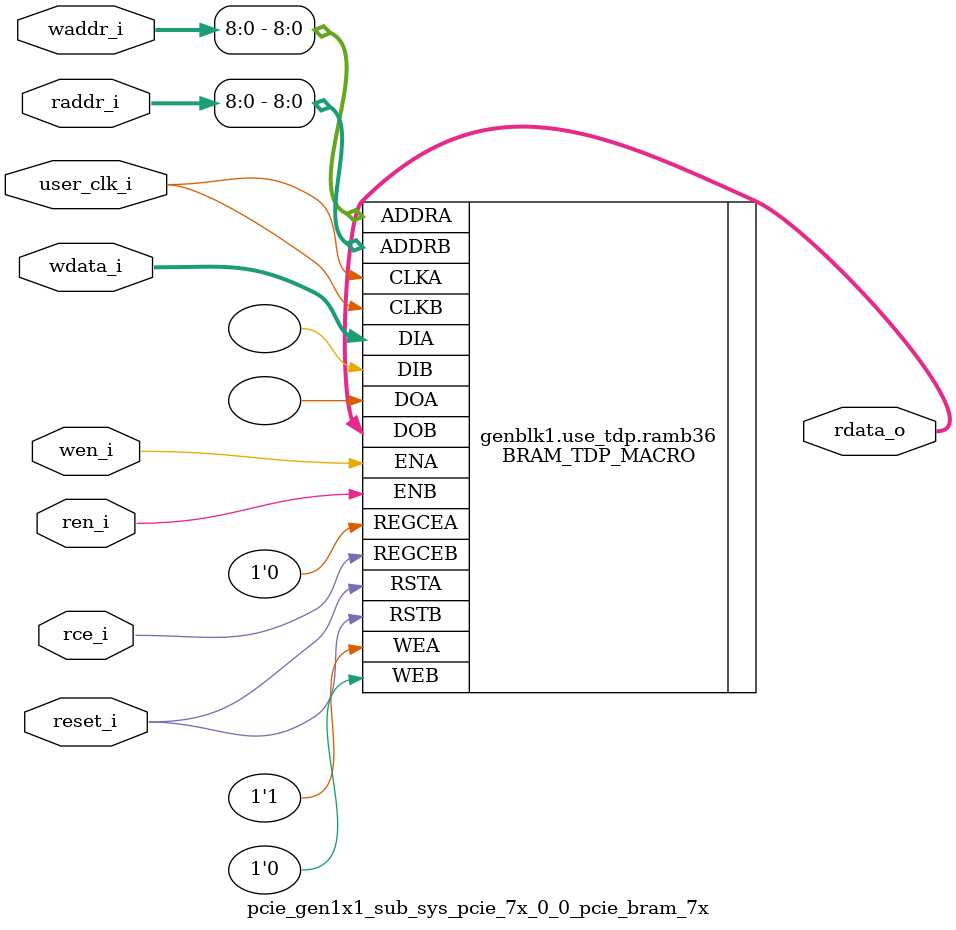
<source format=v>

`timescale 1ps/1ps

(* DowngradeIPIdentifiedWarnings = "yes" *)
module pcie_gen1x1_sub_sys_pcie_7x_0_0_pcie_bram_7x
  #(
    parameter [3:0]  LINK_CAP_MAX_LINK_SPEED = 4'h1,        // PCIe Link Speed : 1 - 2.5 GT/s; 2 - 5.0 GT/s
    parameter [5:0]  LINK_CAP_MAX_LINK_WIDTH = 6'h08,       // PCIe Link Width : 1 / 2 / 4 / 8
    parameter IMPL_TARGET = "HARD",                         // the implementation target : HARD, SOFT
    parameter DOB_REG = 0,                                  // 1 - use the output register;
                                                            // 0 - don't use the output register
    parameter WIDTH = 0                                     // supported WIDTH's : 4, 9, 18, 36 - uses RAMB36
                                                            //                     72 - uses RAMB36SDP
    )
    (
     input               user_clk_i,// user clock
     input               reset_i,   // bram reset

     input               wen_i,     // write enable
     input [12:0]        waddr_i,   // write address
     input [WIDTH - 1:0] wdata_i,   // write data

     input               ren_i,     // read enable
     input               rce_i,     // output register clock enable
     input [12:0]        raddr_i,   // read address

     output [WIDTH - 1:0] rdata_o   // read data
     );

   // map the address bits
   localparam ADDR_MSB = ((WIDTH == 4)  ? 12 :
                          (WIDTH == 9)  ? 11 :
                          (WIDTH == 18) ? 10 :
                          (WIDTH == 36) ?  9 :
                                           8
                          );

   // set the width of the tied off low address bits
   localparam ADDR_LO_BITS = ((WIDTH == 4)  ? 2 :
                              (WIDTH == 9)  ? 3 :
                              (WIDTH == 18) ? 4 :
                              (WIDTH == 36) ? 5 :
                                              0 // for WIDTH 72 use RAMB36SDP
                              );

   // map the data bits
   localparam D_MSB =  ((WIDTH == 4)  ?  3 :
                        (WIDTH == 9)  ?  7 :
                        (WIDTH == 18) ? 15 :
                        (WIDTH == 36) ? 31 :
                                        63
                        );

   // map the data parity bits
   localparam DP_LSB =  D_MSB + 1;

   localparam DP_MSB =  ((WIDTH == 4)  ? 4 :
                         (WIDTH == 9)  ? 8 :
                         (WIDTH == 18) ? 17 :
                         (WIDTH == 36) ? 35 :
                                         71
                        );

   localparam DPW = DP_MSB - DP_LSB + 1;
   localparam WRITE_MODE = ((WIDTH == 72) && (!((LINK_CAP_MAX_LINK_SPEED == 4'h2) && (LINK_CAP_MAX_LINK_WIDTH == 6'h08)))) ? "WRITE_FIRST" :
                           ((LINK_CAP_MAX_LINK_SPEED == 4'h2) && (LINK_CAP_MAX_LINK_WIDTH == 6'h08)) ? "WRITE_FIRST" : "NO_CHANGE";

   localparam DEVICE = (IMPL_TARGET == "HARD") ? "7SERIES" : "VIRTEX6";
   localparam BRAM_SIZE = "36Kb";

   localparam WE_WIDTH =(DEVICE == "VIRTEX5" || DEVICE == "VIRTEX6" || DEVICE == "7SERIES") ?
                            ((WIDTH <= 9) ? 1 :
                             (WIDTH > 9 && WIDTH <= 18) ? 2 :
                             (WIDTH > 18 && WIDTH <= 36) ? 4 :
                             (WIDTH > 36 && WIDTH <= 72) ? 8 :
                             (BRAM_SIZE == "18Kb") ? 4 : 8 ) : 8;

   //synthesis translate_off
   initial begin
      //$display("[%t] %m DOB_REG %0d WIDTH %0d ADDR_MSB %0d ADDR_LO_BITS %0d DP_MSB %0d DP_LSB %0d D_MSB %0d",
      //          $time, DOB_REG,   WIDTH,    ADDR_MSB,    ADDR_LO_BITS,    DP_MSB,    DP_LSB,    D_MSB);

      case (WIDTH)
        4,9,18,36,72:;
        default:
          begin
             $display("[%t] %m Error WIDTH %0d not supported", $time, WIDTH);
             $finish;
          end
      endcase // case (WIDTH)
   end
   //synthesis translate_on

   generate
   if ((LINK_CAP_MAX_LINK_WIDTH == 6'h08 && LINK_CAP_MAX_LINK_SPEED == 4'h2) || (WIDTH == 72)) begin : use_sdp
        BRAM_SDP_MACRO #(
               .DEVICE        (DEVICE),
               .BRAM_SIZE     (BRAM_SIZE),
               .DO_REG        (DOB_REG),
               .READ_WIDTH    (WIDTH),
               .WRITE_WIDTH   (WIDTH),
               .WRITE_MODE    (WRITE_MODE)
               )
        ramb36sdp(
               .DO             (rdata_o[WIDTH-1:0]),
               .DI             (wdata_i[WIDTH-1:0]),
               .RDADDR         (raddr_i[ADDR_MSB:0]),
               .RDCLK          (user_clk_i),
               .RDEN           (ren_i),
               .REGCE          (rce_i),
               .RST            (reset_i),
               .WE             ({WE_WIDTH{1'b1}}),
               .WRADDR         (waddr_i[ADDR_MSB:0]),
               .WRCLK          (user_clk_i),
               .WREN           (wen_i)
               );

    end  // block: use_sdp
    else if (WIDTH <= 36) begin : use_tdp
    // use RAMB36's if the width is 4, 9, 18, or 36
        BRAM_TDP_MACRO #(
               .DEVICE        (DEVICE),
               .BRAM_SIZE     (BRAM_SIZE),
               .DOA_REG       (0),
               .DOB_REG       (DOB_REG),
               .READ_WIDTH_A  (WIDTH),
               .READ_WIDTH_B  (WIDTH),
               .WRITE_WIDTH_A (WIDTH),
               .WRITE_WIDTH_B (WIDTH),
               .WRITE_MODE_A  (WRITE_MODE)
               )
        ramb36(
               .DOA            (),
               .DOB            (rdata_o[WIDTH-1:0]),
               .ADDRA          (waddr_i[ADDR_MSB:0]),
               .ADDRB          (raddr_i[ADDR_MSB:0]),
               .CLKA           (user_clk_i),
               .CLKB           (user_clk_i),
               .DIA            (wdata_i[WIDTH-1:0]),
               .DIB            ({WIDTH{1'b0}}),
               .ENA            (wen_i),
               .ENB            (ren_i),
               .REGCEA         (1'b0),
               .REGCEB         (rce_i),
               .RSTA           (reset_i),
               .RSTB           (reset_i),
               .WEA            ({WE_WIDTH{1'b1}}),
               .WEB            ({WE_WIDTH{1'b0}})
               );
   end // block: use_tdp
   endgenerate

endmodule // pcie_bram_7x


</source>
